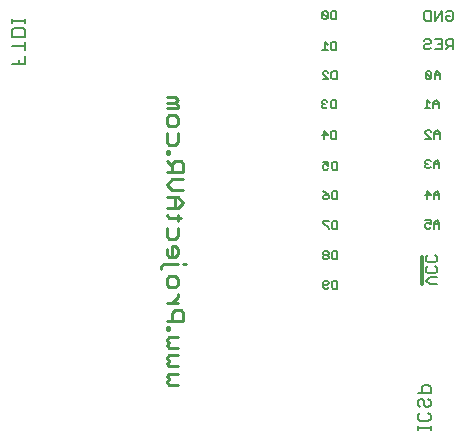
<source format=gbo>
G75*
G70*
%OFA0B0*%
%FSLAX24Y24*%
%IPPOS*%
%LPD*%
%AMOC8*
5,1,8,0,0,1.08239X$1,22.5*
%
%ADD10C,0.0050*%
%ADD11C,0.0060*%
%ADD12C,0.0120*%
%ADD13C,0.0100*%
%ADD14C,0.0080*%
D10*
X015259Y007920D02*
X015259Y008100D01*
X015305Y008145D01*
X015395Y008145D01*
X015440Y008100D01*
X015440Y008055D01*
X015395Y008010D01*
X015259Y008010D01*
X015259Y007920D02*
X015305Y007875D01*
X015395Y007875D01*
X015440Y007920D01*
X015554Y007920D02*
X015554Y008100D01*
X015599Y008145D01*
X015734Y008145D01*
X015734Y007875D01*
X015599Y007875D01*
X015554Y007920D01*
X015599Y008858D02*
X015554Y008904D01*
X015554Y009084D01*
X015599Y009129D01*
X015734Y009129D01*
X015734Y008858D01*
X015599Y008858D01*
X015439Y008904D02*
X015439Y008949D01*
X015394Y008994D01*
X015304Y008994D01*
X015259Y008949D01*
X015259Y008904D01*
X015304Y008858D01*
X015394Y008858D01*
X015439Y008904D01*
X015394Y008994D02*
X015439Y009039D01*
X015439Y009084D01*
X015394Y009129D01*
X015304Y009129D01*
X015259Y009084D01*
X015259Y009039D01*
X015304Y008994D01*
X015439Y009853D02*
X015439Y009898D01*
X015259Y010078D01*
X015259Y010123D01*
X015439Y010123D01*
X015554Y010078D02*
X015554Y009898D01*
X015599Y009853D01*
X015734Y009853D01*
X015734Y010123D01*
X015599Y010123D01*
X015554Y010078D01*
X015599Y010857D02*
X015554Y010902D01*
X015554Y011082D01*
X015599Y011127D01*
X015734Y011127D01*
X015734Y010857D01*
X015599Y010857D01*
X015439Y010902D02*
X015394Y010857D01*
X015304Y010857D01*
X015259Y010902D01*
X015259Y010947D01*
X015304Y010992D01*
X015439Y010992D01*
X015439Y010902D01*
X015439Y010992D02*
X015349Y011082D01*
X015259Y011127D01*
X015294Y011841D02*
X015249Y011886D01*
X015249Y011976D01*
X015294Y012021D01*
X015339Y012021D01*
X015429Y011976D01*
X015429Y012111D01*
X015249Y012111D01*
X015294Y011841D02*
X015384Y011841D01*
X015429Y011886D01*
X015544Y011886D02*
X015544Y012066D01*
X015589Y012111D01*
X015724Y012111D01*
X015724Y011841D01*
X015589Y011841D01*
X015544Y011886D01*
X015569Y012865D02*
X015524Y012910D01*
X015524Y013090D01*
X015569Y013135D01*
X015704Y013135D01*
X015704Y012865D01*
X015569Y012865D01*
X015409Y013000D02*
X015274Y013135D01*
X015274Y012865D01*
X015229Y013000D02*
X015409Y013000D01*
X015355Y013890D02*
X015265Y013890D01*
X015220Y013935D01*
X015220Y013980D01*
X015265Y014025D01*
X015310Y014025D01*
X015265Y014025D02*
X015220Y014070D01*
X015220Y014115D01*
X015265Y014160D01*
X015355Y014160D01*
X015400Y014115D01*
X015514Y014115D02*
X015514Y013935D01*
X015559Y013890D01*
X015694Y013890D01*
X015694Y014160D01*
X015559Y014160D01*
X015514Y014115D01*
X015400Y013935D02*
X015355Y013890D01*
X015420Y014853D02*
X015240Y014853D01*
X015420Y014853D02*
X015240Y015033D01*
X015240Y015078D01*
X015285Y015123D01*
X015375Y015123D01*
X015420Y015078D01*
X015535Y015078D02*
X015535Y014898D01*
X015580Y014853D01*
X015715Y014853D01*
X015715Y015123D01*
X015580Y015123D01*
X015535Y015078D01*
X015569Y015837D02*
X015524Y015882D01*
X015524Y016062D01*
X015569Y016107D01*
X015704Y016107D01*
X015704Y015837D01*
X015569Y015837D01*
X015410Y015837D02*
X015230Y015837D01*
X015320Y015837D02*
X015320Y016107D01*
X015410Y016017D01*
X015365Y016852D02*
X015410Y016897D01*
X015230Y017077D01*
X015230Y016897D01*
X015275Y016852D01*
X015365Y016852D01*
X015410Y016897D02*
X015410Y017077D01*
X015365Y017122D01*
X015275Y017122D01*
X015230Y017077D01*
X015524Y017077D02*
X015524Y016897D01*
X015569Y016852D01*
X015704Y016852D01*
X015704Y017122D01*
X015569Y017122D01*
X015524Y017077D01*
X018640Y013898D02*
X018820Y013898D01*
X018730Y013898D02*
X018730Y014169D01*
X018820Y014079D01*
X018935Y014079D02*
X018935Y013898D01*
X018935Y014034D02*
X019115Y014034D01*
X019115Y014079D02*
X019115Y013898D01*
X019115Y014079D02*
X019025Y014169D01*
X018935Y014079D01*
X018977Y014858D02*
X018977Y015039D01*
X019067Y015129D01*
X019157Y015039D01*
X019157Y014858D01*
X019157Y014994D02*
X018977Y014994D01*
X018862Y015084D02*
X018817Y015129D01*
X018727Y015129D01*
X018682Y015084D01*
X018862Y014904D01*
X018817Y014858D01*
X018727Y014858D01*
X018682Y014904D01*
X018682Y015084D01*
X018862Y015084D02*
X018862Y014904D01*
X018805Y013155D02*
X018850Y013110D01*
X018805Y013155D02*
X018715Y013155D01*
X018670Y013110D01*
X018670Y013065D01*
X018850Y012885D01*
X018670Y012885D01*
X018965Y012885D02*
X018965Y013065D01*
X019055Y013155D01*
X019145Y013065D01*
X019145Y012885D01*
X019145Y013020D02*
X018965Y013020D01*
X019044Y012167D02*
X018954Y012077D01*
X018954Y011897D01*
X018840Y011942D02*
X018795Y011897D01*
X018705Y011897D01*
X018660Y011942D01*
X018660Y011987D01*
X018705Y012032D01*
X018750Y012032D01*
X018705Y012032D02*
X018660Y012077D01*
X018660Y012122D01*
X018705Y012167D01*
X018795Y012167D01*
X018840Y012122D01*
X018954Y012032D02*
X019134Y012032D01*
X019134Y012077D02*
X019044Y012167D01*
X019134Y012077D02*
X019134Y011897D01*
X019044Y011131D02*
X018954Y011041D01*
X018954Y010861D01*
X018954Y010996D02*
X019134Y010996D01*
X019134Y011041D02*
X019134Y010861D01*
X019134Y011041D02*
X019044Y011131D01*
X018840Y010996D02*
X018660Y010996D01*
X018705Y010861D02*
X018705Y011131D01*
X018840Y010996D01*
X018840Y010155D02*
X018660Y010155D01*
X018705Y010065D02*
X018660Y010020D01*
X018660Y009930D01*
X018705Y009885D01*
X018795Y009885D01*
X018840Y009930D01*
X018840Y010020D02*
X018750Y010065D01*
X018705Y010065D01*
X018840Y010020D02*
X018840Y010155D01*
X018954Y010065D02*
X018954Y009885D01*
X018954Y010020D02*
X019134Y010020D01*
X019134Y010065D02*
X019044Y010155D01*
X018954Y010065D01*
X019134Y010065D02*
X019134Y009885D01*
D11*
X018984Y008989D02*
X019040Y008932D01*
X019040Y008818D01*
X018984Y008762D01*
X018757Y008762D01*
X018700Y008818D01*
X018700Y008932D01*
X018757Y008989D01*
X018757Y008620D02*
X018700Y008564D01*
X018700Y008450D01*
X018757Y008393D01*
X018984Y008393D01*
X019040Y008450D01*
X019040Y008564D01*
X018984Y008620D01*
X019040Y008252D02*
X018813Y008252D01*
X018700Y008138D01*
X018813Y008025D01*
X019040Y008025D01*
X018982Y015852D02*
X019209Y015852D01*
X019209Y016193D01*
X018982Y016193D01*
X018841Y016136D02*
X018841Y016079D01*
X018784Y016023D01*
X018671Y016023D01*
X018614Y015966D01*
X018614Y015909D01*
X018671Y015852D01*
X018784Y015852D01*
X018841Y015909D01*
X018841Y016136D02*
X018784Y016193D01*
X018671Y016193D01*
X018614Y016136D01*
X019096Y016023D02*
X019209Y016023D01*
X019351Y016023D02*
X019351Y016136D01*
X019407Y016193D01*
X019578Y016193D01*
X019578Y015852D01*
X019578Y015966D02*
X019407Y015966D01*
X019351Y016023D01*
X019464Y015966D02*
X019351Y015852D01*
X019417Y016802D02*
X019361Y016859D01*
X019361Y016973D01*
X019474Y016973D01*
X019361Y017086D02*
X019417Y017143D01*
X019531Y017143D01*
X019588Y017086D01*
X019588Y016859D01*
X019531Y016802D01*
X019417Y016802D01*
X019219Y016802D02*
X019219Y017143D01*
X018992Y016802D01*
X018992Y017143D01*
X018851Y017143D02*
X018681Y017143D01*
X018624Y017086D01*
X018624Y016859D01*
X018681Y016802D01*
X018851Y016802D01*
X018851Y017143D01*
D12*
X018550Y008950D02*
X018550Y008050D01*
D13*
X010133Y004865D02*
X010040Y004771D01*
X010133Y004678D01*
X010414Y004678D01*
X010133Y004865D02*
X010040Y004958D01*
X010133Y005051D01*
X010414Y005051D01*
X010414Y005286D02*
X010133Y005286D01*
X010040Y005379D01*
X010133Y005472D01*
X010040Y005566D01*
X010133Y005659D01*
X010414Y005659D01*
X010414Y005893D02*
X010133Y005893D01*
X010040Y005987D01*
X010133Y006080D01*
X010040Y006173D01*
X010133Y006267D01*
X010414Y006267D01*
X010133Y006501D02*
X010133Y006594D01*
X010040Y006594D01*
X010040Y006501D01*
X010133Y006501D01*
X010040Y006805D02*
X010600Y006805D01*
X010600Y007085D01*
X010507Y007178D01*
X010320Y007178D01*
X010227Y007085D01*
X010227Y006805D01*
X010227Y007413D02*
X010414Y007599D01*
X010414Y007693D01*
X010320Y007919D02*
X010133Y007919D01*
X010040Y008012D01*
X010040Y008199D01*
X010133Y008293D01*
X010320Y008293D01*
X010414Y008199D01*
X010414Y008012D01*
X010320Y007919D01*
X010414Y007413D02*
X010040Y007413D01*
X009853Y008527D02*
X009853Y008620D01*
X009947Y008714D01*
X010414Y008714D01*
X010600Y008714D02*
X010694Y008714D01*
X010414Y009025D02*
X010414Y009212D01*
X010320Y009305D01*
X010227Y009305D01*
X010227Y008932D01*
X010320Y008932D02*
X010133Y008932D01*
X010040Y009025D01*
X010040Y009212D01*
X010133Y009540D02*
X010040Y009633D01*
X010040Y009913D01*
X010133Y010241D02*
X010040Y010334D01*
X010133Y010241D02*
X010507Y010241D01*
X010414Y010334D02*
X010414Y010147D01*
X010414Y009913D02*
X010414Y009633D01*
X010320Y009540D01*
X010133Y009540D01*
X010414Y009025D02*
X010320Y008932D01*
X010320Y010552D02*
X010320Y010926D01*
X010414Y010926D02*
X010040Y010926D01*
X010227Y011160D02*
X010040Y011347D01*
X010227Y011534D01*
X010600Y011534D01*
X010600Y011768D02*
X010600Y012048D01*
X010507Y012141D01*
X010320Y012141D01*
X010227Y012048D01*
X010227Y011768D01*
X010227Y011955D02*
X010040Y012141D01*
X010040Y012376D02*
X010040Y012469D01*
X010133Y012469D01*
X010133Y012376D01*
X010040Y012376D01*
X010133Y012679D02*
X010040Y012773D01*
X010040Y013053D01*
X010133Y013287D02*
X010040Y013381D01*
X010040Y013567D01*
X010133Y013661D01*
X010320Y013661D01*
X010414Y013567D01*
X010414Y013381D01*
X010320Y013287D01*
X010133Y013287D01*
X010414Y013053D02*
X010414Y012773D01*
X010320Y012679D01*
X010133Y012679D01*
X010040Y011768D02*
X010600Y011768D01*
X010600Y011160D02*
X010227Y011160D01*
X010414Y010926D02*
X010600Y010739D01*
X010414Y010552D01*
X010040Y010552D01*
X010040Y013895D02*
X010414Y013895D01*
X010414Y013988D01*
X010320Y014082D01*
X010414Y014175D01*
X010320Y014269D01*
X010040Y014269D01*
X010040Y014082D02*
X010320Y014082D01*
D14*
X005317Y015362D02*
X005317Y015642D01*
X005317Y015822D02*
X005317Y016102D01*
X005317Y015962D02*
X004897Y015962D01*
X004897Y016283D02*
X004897Y016493D01*
X004967Y016563D01*
X005247Y016563D01*
X005317Y016493D01*
X005317Y016283D01*
X004897Y016283D01*
X004897Y016743D02*
X004897Y016883D01*
X004897Y016813D02*
X005317Y016813D01*
X005317Y016743D02*
X005317Y016883D01*
X005107Y015502D02*
X005107Y015362D01*
X004897Y015362D02*
X005317Y015362D01*
X018420Y004388D02*
X018840Y004388D01*
X018840Y004598D01*
X018770Y004668D01*
X018630Y004668D01*
X018560Y004598D01*
X018560Y004388D01*
X018560Y004208D02*
X018490Y004208D01*
X018420Y004138D01*
X018420Y003997D01*
X018490Y003927D01*
X018630Y003997D02*
X018630Y004138D01*
X018560Y004208D01*
X018770Y004208D02*
X018840Y004138D01*
X018840Y003997D01*
X018770Y003927D01*
X018700Y003927D01*
X018630Y003997D01*
X018490Y003747D02*
X018420Y003677D01*
X018420Y003537D01*
X018490Y003467D01*
X018770Y003467D01*
X018840Y003537D01*
X018840Y003677D01*
X018770Y003747D01*
X018840Y003300D02*
X018840Y003160D01*
X018840Y003230D02*
X018420Y003230D01*
X018420Y003160D02*
X018420Y003300D01*
M02*

</source>
